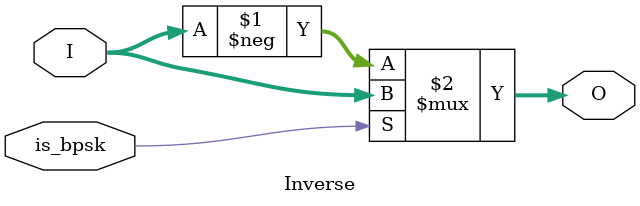
<source format=v>
module Inverse # (
  parameter WIDTH = 16
) (
  input                     is_bpsk,
  input  signed [WIDTH-1:0] I,
  output signed [WIDTH-1:0] O
);
  assign O = is_bpsk ? I : -I;
endmodule

</source>
